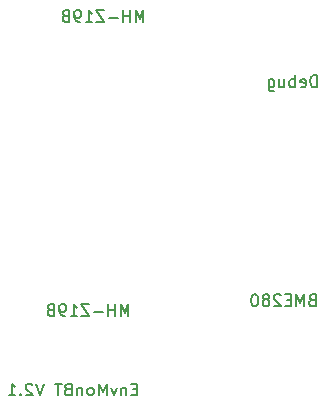
<source format=gbo>
G04 #@! TF.GenerationSoftware,KiCad,Pcbnew,(5.1.5-0-10_14)*
G04 #@! TF.CreationDate,2021-01-17T15:25:25+09:00*
G04 #@! TF.ProjectId,EnvMon,456e764d-6f6e-42e6-9b69-6361645f7063,2.1*
G04 #@! TF.SameCoordinates,Original*
G04 #@! TF.FileFunction,Legend,Bot*
G04 #@! TF.FilePolarity,Positive*
%FSLAX46Y46*%
G04 Gerber Fmt 4.6, Leading zero omitted, Abs format (unit mm)*
G04 Created by KiCad (PCBNEW (5.1.5-0-10_14)) date 2021-01-17 15:25:25*
%MOMM*%
%LPD*%
G04 APERTURE LIST*
%ADD10C,0.150000*%
G04 APERTURE END LIST*
D10*
X-2395238Y-37728571D02*
X-2728571Y-37728571D01*
X-2871428Y-38252380D02*
X-2395238Y-38252380D01*
X-2395238Y-37252380D01*
X-2871428Y-37252380D01*
X-3300000Y-37585714D02*
X-3300000Y-38252380D01*
X-3300000Y-37680952D02*
X-3347619Y-37633333D01*
X-3442857Y-37585714D01*
X-3585714Y-37585714D01*
X-3680952Y-37633333D01*
X-3728571Y-37728571D01*
X-3728571Y-38252380D01*
X-4109523Y-37585714D02*
X-4347619Y-38252380D01*
X-4585714Y-37585714D01*
X-4966666Y-38252380D02*
X-4966666Y-37252380D01*
X-5299999Y-37966666D01*
X-5633333Y-37252380D01*
X-5633333Y-38252380D01*
X-6252380Y-38252380D02*
X-6157142Y-38204761D01*
X-6109523Y-38157142D01*
X-6061904Y-38061904D01*
X-6061904Y-37776190D01*
X-6109523Y-37680952D01*
X-6157142Y-37633333D01*
X-6252380Y-37585714D01*
X-6395238Y-37585714D01*
X-6490476Y-37633333D01*
X-6538095Y-37680952D01*
X-6585714Y-37776190D01*
X-6585714Y-38061904D01*
X-6538095Y-38157142D01*
X-6490476Y-38204761D01*
X-6395238Y-38252380D01*
X-6252380Y-38252380D01*
X-7014285Y-37585714D02*
X-7014285Y-38252380D01*
X-7014285Y-37680952D02*
X-7061904Y-37633333D01*
X-7157142Y-37585714D01*
X-7299999Y-37585714D01*
X-7395238Y-37633333D01*
X-7442857Y-37728571D01*
X-7442857Y-38252380D01*
X-8252380Y-37728571D02*
X-8395238Y-37776190D01*
X-8442857Y-37823809D01*
X-8490476Y-37919047D01*
X-8490476Y-38061904D01*
X-8442857Y-38157142D01*
X-8395238Y-38204761D01*
X-8299999Y-38252380D01*
X-7919047Y-38252380D01*
X-7919047Y-37252380D01*
X-8252380Y-37252380D01*
X-8347619Y-37300000D01*
X-8395238Y-37347619D01*
X-8442857Y-37442857D01*
X-8442857Y-37538095D01*
X-8395238Y-37633333D01*
X-8347619Y-37680952D01*
X-8252380Y-37728571D01*
X-7919047Y-37728571D01*
X-8776190Y-37252380D02*
X-9347619Y-37252380D01*
X-9061904Y-38252380D02*
X-9061904Y-37252380D01*
X-10300000Y-37252380D02*
X-10633333Y-38252380D01*
X-10966666Y-37252380D01*
X-11252380Y-37347619D02*
X-11300000Y-37300000D01*
X-11395238Y-37252380D01*
X-11633333Y-37252380D01*
X-11728571Y-37300000D01*
X-11776190Y-37347619D01*
X-11823809Y-37442857D01*
X-11823809Y-37538095D01*
X-11776190Y-37680952D01*
X-11204761Y-38252380D01*
X-11823809Y-38252380D01*
X-12252380Y-38157142D02*
X-12300000Y-38204761D01*
X-12252380Y-38252380D01*
X-12204761Y-38204761D01*
X-12252380Y-38157142D01*
X-12252380Y-38252380D01*
X-13252380Y-38252380D02*
X-12680952Y-38252380D01*
X-12966666Y-38252380D02*
X-12966666Y-37252380D01*
X-12871428Y-37395238D01*
X-12776190Y-37490476D01*
X-12680952Y-37538095D01*
X12440952Y-30168571D02*
X12298095Y-30216190D01*
X12250476Y-30263809D01*
X12202857Y-30359047D01*
X12202857Y-30501904D01*
X12250476Y-30597142D01*
X12298095Y-30644761D01*
X12393333Y-30692380D01*
X12774285Y-30692380D01*
X12774285Y-29692380D01*
X12440952Y-29692380D01*
X12345714Y-29740000D01*
X12298095Y-29787619D01*
X12250476Y-29882857D01*
X12250476Y-29978095D01*
X12298095Y-30073333D01*
X12345714Y-30120952D01*
X12440952Y-30168571D01*
X12774285Y-30168571D01*
X11774285Y-30692380D02*
X11774285Y-29692380D01*
X11440952Y-30406666D01*
X11107619Y-29692380D01*
X11107619Y-30692380D01*
X10631428Y-30168571D02*
X10298095Y-30168571D01*
X10155238Y-30692380D02*
X10631428Y-30692380D01*
X10631428Y-29692380D01*
X10155238Y-29692380D01*
X9774285Y-29787619D02*
X9726666Y-29740000D01*
X9631428Y-29692380D01*
X9393333Y-29692380D01*
X9298095Y-29740000D01*
X9250476Y-29787619D01*
X9202857Y-29882857D01*
X9202857Y-29978095D01*
X9250476Y-30120952D01*
X9821904Y-30692380D01*
X9202857Y-30692380D01*
X8631428Y-30120952D02*
X8726666Y-30073333D01*
X8774285Y-30025714D01*
X8821904Y-29930476D01*
X8821904Y-29882857D01*
X8774285Y-29787619D01*
X8726666Y-29740000D01*
X8631428Y-29692380D01*
X8440952Y-29692380D01*
X8345714Y-29740000D01*
X8298095Y-29787619D01*
X8250476Y-29882857D01*
X8250476Y-29930476D01*
X8298095Y-30025714D01*
X8345714Y-30073333D01*
X8440952Y-30120952D01*
X8631428Y-30120952D01*
X8726666Y-30168571D01*
X8774285Y-30216190D01*
X8821904Y-30311428D01*
X8821904Y-30501904D01*
X8774285Y-30597142D01*
X8726666Y-30644761D01*
X8631428Y-30692380D01*
X8440952Y-30692380D01*
X8345714Y-30644761D01*
X8298095Y-30597142D01*
X8250476Y-30501904D01*
X8250476Y-30311428D01*
X8298095Y-30216190D01*
X8345714Y-30168571D01*
X8440952Y-30120952D01*
X7631428Y-29692380D02*
X7536190Y-29692380D01*
X7440952Y-29740000D01*
X7393333Y-29787619D01*
X7345714Y-29882857D01*
X7298095Y-30073333D01*
X7298095Y-30311428D01*
X7345714Y-30501904D01*
X7393333Y-30597142D01*
X7440952Y-30644761D01*
X7536190Y-30692380D01*
X7631428Y-30692380D01*
X7726666Y-30644761D01*
X7774285Y-30597142D01*
X7821904Y-30501904D01*
X7869523Y-30311428D01*
X7869523Y-30073333D01*
X7821904Y-29882857D01*
X7774285Y-29787619D01*
X7726666Y-29740000D01*
X7631428Y-29692380D01*
X12847619Y-12152380D02*
X12847619Y-11152380D01*
X12609523Y-11152380D01*
X12466666Y-11200000D01*
X12371428Y-11295238D01*
X12323809Y-11390476D01*
X12276190Y-11580952D01*
X12276190Y-11723809D01*
X12323809Y-11914285D01*
X12371428Y-12009523D01*
X12466666Y-12104761D01*
X12609523Y-12152380D01*
X12847619Y-12152380D01*
X11466666Y-12104761D02*
X11561904Y-12152380D01*
X11752380Y-12152380D01*
X11847619Y-12104761D01*
X11895238Y-12009523D01*
X11895238Y-11628571D01*
X11847619Y-11533333D01*
X11752380Y-11485714D01*
X11561904Y-11485714D01*
X11466666Y-11533333D01*
X11419047Y-11628571D01*
X11419047Y-11723809D01*
X11895238Y-11819047D01*
X10990476Y-12152380D02*
X10990476Y-11152380D01*
X10990476Y-11533333D02*
X10895238Y-11485714D01*
X10704761Y-11485714D01*
X10609523Y-11533333D01*
X10561904Y-11580952D01*
X10514285Y-11676190D01*
X10514285Y-11961904D01*
X10561904Y-12057142D01*
X10609523Y-12104761D01*
X10704761Y-12152380D01*
X10895238Y-12152380D01*
X10990476Y-12104761D01*
X9657142Y-11485714D02*
X9657142Y-12152380D01*
X10085714Y-11485714D02*
X10085714Y-12009523D01*
X10038095Y-12104761D01*
X9942857Y-12152380D01*
X9800000Y-12152380D01*
X9704761Y-12104761D01*
X9657142Y-12057142D01*
X8752380Y-11485714D02*
X8752380Y-12295238D01*
X8800000Y-12390476D01*
X8847619Y-12438095D01*
X8942857Y-12485714D01*
X9085714Y-12485714D01*
X9180952Y-12438095D01*
X8752380Y-12104761D02*
X8847619Y-12152380D01*
X9038095Y-12152380D01*
X9133333Y-12104761D01*
X9180952Y-12057142D01*
X9228571Y-11961904D01*
X9228571Y-11676190D01*
X9180952Y-11580952D01*
X9133333Y-11533333D01*
X9038095Y-11485714D01*
X8847619Y-11485714D01*
X8752380Y-11533333D01*
X-3105238Y-31528380D02*
X-3105238Y-30528380D01*
X-3438571Y-31242666D01*
X-3771904Y-30528380D01*
X-3771904Y-31528380D01*
X-4248095Y-31528380D02*
X-4248095Y-30528380D01*
X-4248095Y-31004571D02*
X-4819523Y-31004571D01*
X-4819523Y-31528380D02*
X-4819523Y-30528380D01*
X-5295714Y-31147428D02*
X-6057619Y-31147428D01*
X-6438571Y-30528380D02*
X-7105238Y-30528380D01*
X-6438571Y-31528380D01*
X-7105238Y-31528380D01*
X-8009999Y-31528380D02*
X-7438571Y-31528380D01*
X-7724285Y-31528380D02*
X-7724285Y-30528380D01*
X-7629047Y-30671238D01*
X-7533809Y-30766476D01*
X-7438571Y-30814095D01*
X-8486190Y-31528380D02*
X-8676666Y-31528380D01*
X-8771904Y-31480761D01*
X-8819523Y-31433142D01*
X-8914761Y-31290285D01*
X-8962380Y-31099809D01*
X-8962380Y-30718857D01*
X-8914761Y-30623619D01*
X-8867142Y-30576000D01*
X-8771904Y-30528380D01*
X-8581428Y-30528380D01*
X-8486190Y-30576000D01*
X-8438571Y-30623619D01*
X-8390952Y-30718857D01*
X-8390952Y-30956952D01*
X-8438571Y-31052190D01*
X-8486190Y-31099809D01*
X-8581428Y-31147428D01*
X-8771904Y-31147428D01*
X-8867142Y-31099809D01*
X-8914761Y-31052190D01*
X-8962380Y-30956952D01*
X-9724285Y-31004571D02*
X-9867142Y-31052190D01*
X-9914761Y-31099809D01*
X-9962380Y-31195047D01*
X-9962380Y-31337904D01*
X-9914761Y-31433142D01*
X-9867142Y-31480761D01*
X-9771904Y-31528380D01*
X-9390952Y-31528380D01*
X-9390952Y-30528380D01*
X-9724285Y-30528380D01*
X-9819523Y-30576000D01*
X-9867142Y-30623619D01*
X-9914761Y-30718857D01*
X-9914761Y-30814095D01*
X-9867142Y-30909333D01*
X-9819523Y-30956952D01*
X-9724285Y-31004571D01*
X-9390952Y-31004571D01*
X-1835238Y-6636380D02*
X-1835238Y-5636380D01*
X-2168571Y-6350666D01*
X-2501904Y-5636380D01*
X-2501904Y-6636380D01*
X-2978095Y-6636380D02*
X-2978095Y-5636380D01*
X-2978095Y-6112571D02*
X-3549523Y-6112571D01*
X-3549523Y-6636380D02*
X-3549523Y-5636380D01*
X-4025714Y-6255428D02*
X-4787619Y-6255428D01*
X-5168571Y-5636380D02*
X-5835238Y-5636380D01*
X-5168571Y-6636380D01*
X-5835238Y-6636380D01*
X-6739999Y-6636380D02*
X-6168571Y-6636380D01*
X-6454285Y-6636380D02*
X-6454285Y-5636380D01*
X-6359047Y-5779238D01*
X-6263809Y-5874476D01*
X-6168571Y-5922095D01*
X-7216190Y-6636380D02*
X-7406666Y-6636380D01*
X-7501904Y-6588761D01*
X-7549523Y-6541142D01*
X-7644761Y-6398285D01*
X-7692380Y-6207809D01*
X-7692380Y-5826857D01*
X-7644761Y-5731619D01*
X-7597142Y-5684000D01*
X-7501904Y-5636380D01*
X-7311428Y-5636380D01*
X-7216190Y-5684000D01*
X-7168571Y-5731619D01*
X-7120952Y-5826857D01*
X-7120952Y-6064952D01*
X-7168571Y-6160190D01*
X-7216190Y-6207809D01*
X-7311428Y-6255428D01*
X-7501904Y-6255428D01*
X-7597142Y-6207809D01*
X-7644761Y-6160190D01*
X-7692380Y-6064952D01*
X-8454285Y-6112571D02*
X-8597142Y-6160190D01*
X-8644761Y-6207809D01*
X-8692380Y-6303047D01*
X-8692380Y-6445904D01*
X-8644761Y-6541142D01*
X-8597142Y-6588761D01*
X-8501904Y-6636380D01*
X-8120952Y-6636380D01*
X-8120952Y-5636380D01*
X-8454285Y-5636380D01*
X-8549523Y-5684000D01*
X-8597142Y-5731619D01*
X-8644761Y-5826857D01*
X-8644761Y-5922095D01*
X-8597142Y-6017333D01*
X-8549523Y-6064952D01*
X-8454285Y-6112571D01*
X-8120952Y-6112571D01*
M02*

</source>
